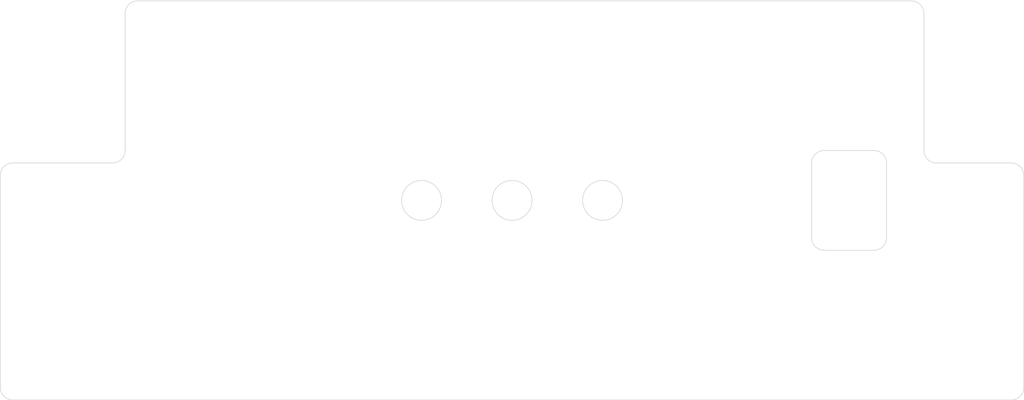
<source format=kicad_pcb>
(kicad_pcb (version 20171130) (host pcbnew "(5.1.2)-1")

  (general
    (thickness 1.6)
    (drawings 32)
    (tracks 0)
    (zones 0)
    (modules 2)
    (nets 1)
  )

  (page A4)
  (title_block
    (title "Perpetual Calendar")
    (date 2024-07-11)
    (rev v1.1)
    (company Crescent)
  )

  (layers
    (0 F.Cu signal)
    (31 B.Cu signal)
    (32 B.Adhes user)
    (33 F.Adhes user)
    (34 B.Paste user)
    (35 F.Paste user)
    (36 B.SilkS user)
    (37 F.SilkS user)
    (38 B.Mask user)
    (39 F.Mask user)
    (40 Dwgs.User user)
    (41 Cmts.User user)
    (42 Eco1.User user)
    (43 Eco2.User user)
    (44 Edge.Cuts user)
    (45 Margin user)
    (46 B.CrtYd user hide)
    (47 F.CrtYd user hide)
    (48 B.Fab user hide)
    (49 F.Fab user hide)
  )

  (setup
    (last_trace_width 0.2)
    (trace_clearance 0.12)
    (zone_clearance 0.508)
    (zone_45_only no)
    (trace_min 0.2)
    (via_size 0.8)
    (via_drill 0.4)
    (via_min_size 0.4)
    (via_min_drill 0.3)
    (uvia_size 0.3)
    (uvia_drill 0.1)
    (uvias_allowed no)
    (uvia_min_size 0.2)
    (uvia_min_drill 0.1)
    (edge_width 0.05)
    (segment_width 0.2)
    (pcb_text_width 0.3)
    (pcb_text_size 1.5 1.5)
    (mod_edge_width 0.12)
    (mod_text_size 1 1)
    (mod_text_width 0.15)
    (pad_size 2.5 2.5)
    (pad_drill 0)
    (pad_to_mask_clearance 0.051)
    (solder_mask_min_width 0.25)
    (aux_axis_origin 0 0)
    (visible_elements 7FFFFFFF)
    (pcbplotparams
      (layerselection 0x010fc_ffffffff)
      (usegerberextensions false)
      (usegerberattributes false)
      (usegerberadvancedattributes false)
      (creategerberjobfile false)
      (excludeedgelayer true)
      (linewidth 0.100000)
      (plotframeref false)
      (viasonmask false)
      (mode 1)
      (useauxorigin false)
      (hpglpennumber 1)
      (hpglpenspeed 20)
      (hpglpendiameter 15.000000)
      (psnegative false)
      (psa4output false)
      (plotreference true)
      (plotvalue true)
      (plotinvisibletext false)
      (padsonsilk false)
      (subtractmaskfromsilk true)
      (outputformat 1)
      (mirror false)
      (drillshape 0)
      (scaleselection 1)
      (outputdirectory "GERBER_BACK/"))
  )

  (net 0 "")

  (net_class Default "これはデフォルトのネット クラスです。"
    (clearance 0.12)
    (trace_width 0.2)
    (via_dia 0.8)
    (via_drill 0.4)
    (uvia_dia 0.3)
    (uvia_drill 0.1)
  )

  (net_class POW ""
    (clearance 0.12)
    (trace_width 0.4)
    (via_dia 0.8)
    (via_drill 0.4)
    (uvia_dia 0.3)
    (uvia_drill 0.1)
  )

  (net_class POW_B ""
    (clearance 0.2)
    (trace_width 0.4)
    (via_dia 0.8)
    (via_drill 0.4)
    (uvia_dia 0.3)
    (uvia_drill 0.1)
  )

  (module MountingHole:MountingHole_3.2mm_M3 locked (layer F.Cu) (tedit 56D1B4CB) (tstamp 66802351)
    (at 182 137)
    (descr "Mounting Hole 3.2mm, no annular, M3")
    (tags "mounting hole 3.2mm no annular m3")
    (attr virtual)
    (fp_text reference REF2 (at 0 -4.2) (layer F.SilkS) hide
      (effects (font (size 1 1) (thickness 0.15)))
    )
    (fp_text value MountingHole_3.2mm_M3 (at 0 4.2) (layer F.Fab)
      (effects (font (size 1 1) (thickness 0.15)))
    )
    (fp_text user %R (at 0.3 0) (layer F.Fab)
      (effects (font (size 1 1) (thickness 0.15)))
    )
    (fp_circle (center 0 0) (end 3.2 0) (layer Cmts.User) (width 0.15))
    (fp_circle (center 0 0) (end 3.45 0) (layer F.CrtYd) (width 0.05))
    (pad 1 np_thru_hole circle (at 0 0) (size 3.2 3.2) (drill 3.2) (layers *.Cu *.Mask))
  )

  (module MountingHole:MountingHole_3.2mm_M3 locked (layer F.Cu) (tedit 56D1B4CB) (tstamp 6680233F)
    (at 108 137)
    (descr "Mounting Hole 3.2mm, no annular, M3")
    (tags "mounting hole 3.2mm no annular m3")
    (attr virtual)
    (fp_text reference REF1 (at 0 -4.2) (layer F.SilkS) hide
      (effects (font (size 1 1) (thickness 0.15)))
    )
    (fp_text value MountingHole_3.2mm_M3 (at 0 4.2) (layer F.Fab)
      (effects (font (size 1 1) (thickness 0.15)))
    )
    (fp_circle (center 0 0) (end 3.45 0) (layer F.CrtYd) (width 0.05))
    (fp_circle (center 0 0) (end 3.2 0) (layer Cmts.User) (width 0.15))
    (fp_text user %R (at 0.3 0) (layer F.Fab)
      (effects (font (size 1 1) (thickness 0.15)))
    )
    (pad 1 np_thru_hole circle (at 0 0) (size 3.2 3.2) (drill 3.2) (layers *.Cu *.Mask))
  )

  (gr_line (start 113 122) (end 105 122) (layer Edge.Cuts) (width 0.05) (tstamp 66EF9509))
  (gr_line (start 114 110) (end 114 121) (layer Edge.Cuts) (width 0.05) (tstamp 66EF9507))
  (gr_arc (start 115 110) (end 115 109) (angle -90) (layer Edge.Cuts) (width 0.05) (tstamp 66EF9369))
  (gr_arc (start 105 123) (end 105 122) (angle -90) (layer Edge.Cuts) (width 0.05) (tstamp 66EF9369))
  (gr_line (start 179 122) (end 185 122) (layer Edge.Cuts) (width 0.05) (tstamp 66EF9386))
  (gr_line (start 178 121) (end 178 110) (layer Edge.Cuts) (width 0.05) (tstamp 66EF9384))
  (gr_arc (start 177 110) (end 178 110) (angle -90) (layer Edge.Cuts) (width 0.05) (tstamp 66EF9369))
  (gr_arc (start 179 121) (end 178 121) (angle -90) (layer Edge.Cuts) (width 0.05) (tstamp 66EF9356))
  (gr_arc (start 174 128) (end 174 129) (angle -90) (layer Edge.Cuts) (width 0.05))
  (gr_arc (start 170 128) (end 169 128) (angle -90) (layer Edge.Cuts) (width 0.05))
  (gr_arc (start 170 122) (end 170 121) (angle -90) (layer Edge.Cuts) (width 0.05))
  (gr_arc (start 174 122) (end 175 122) (angle -90) (layer Edge.Cuts) (width 0.05))
  (gr_line (start 170 129) (end 174 129) (layer Edge.Cuts) (width 0.05))
  (gr_line (start 169 122) (end 169 128) (layer Edge.Cuts) (width 0.05))
  (gr_line (start 174 121) (end 170 121) (layer Edge.Cuts) (width 0.05))
  (gr_line (start 175 128) (end 175 122) (layer Edge.Cuts) (width 0.05))
  (gr_line (start 116.5 125) (end 116.5 124.75) (layer Eco2.User) (width 0.15))
  (gr_line (start 173.5 125) (end 173.5 125.25) (layer Eco2.User) (width 0.15))
  (gr_circle (center 145 125) (end 146.6 125) (layer Edge.Cuts) (width 0.05))
  (gr_circle (center 152.25 125) (end 153.85 125) (layer Edge.Cuts) (width 0.05))
  (gr_circle (center 137.75 125) (end 139.35 125) (layer Edge.Cuts) (width 0.05))
  (gr_line (start 145 125) (end 152.25 125) (layer Eco2.User) (width 0.15))
  (gr_line (start 145 125) (end 137.75 125) (layer Eco2.User) (width 0.15))
  (gr_line (start 145 109) (end 145 125) (layer Eco2.User) (width 0.15))
  (gr_arc (start 113 121) (end 113 122) (angle -90) (layer Edge.Cuts) (width 0.05))
  (gr_arc (start 185 123) (end 186 123) (angle -90) (layer Edge.Cuts) (width 0.05))
  (gr_arc (start 185 140) (end 185 141) (angle -90) (layer Edge.Cuts) (width 0.05))
  (gr_arc (start 105 140) (end 104 140) (angle -90) (layer Edge.Cuts) (width 0.05))
  (gr_line (start 104 123) (end 104 140) (layer Edge.Cuts) (width 0.05) (tstamp 667FC5E1))
  (gr_line (start 177 109) (end 115 109) (layer Edge.Cuts) (width 0.05))
  (gr_line (start 186 140) (end 186 123) (layer Edge.Cuts) (width 0.05))
  (gr_line (start 105 141) (end 185 141) (layer Edge.Cuts) (width 0.05))

)

</source>
